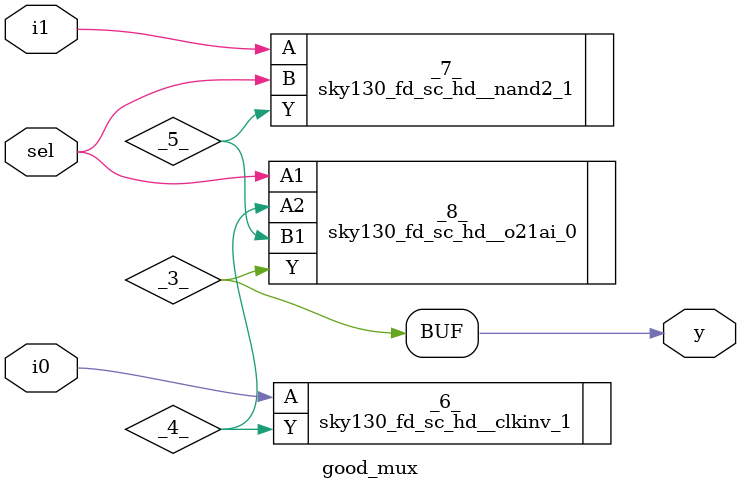
<source format=v>
/* Generated by Yosys 0.7 (git sha1 61f6811, gcc 6.2.0-11ubuntu1 -O2 -fdebug-prefix-map=/build/yosys-OIL3SR/yosys-0.7=. -fstack-protector-strong -fPIC -Os) */

module good_mux(i0, i1, sel, y);
  wire _0_;
  wire _1_;
  wire _2_;
  wire _3_;
  wire _4_;
  wire _5_;
  input i0;
  input i1;
  input sel;
  output y;
  sky130_fd_sc_hd__clkinv_1 _6_ (
    .A(_0_),
    .Y(_4_)
  );
  sky130_fd_sc_hd__nand2_1 _7_ (
    .A(_1_),
    .B(_2_),
    .Y(_5_)
  );
  sky130_fd_sc_hd__o21ai_0 _8_ (
    .A1(_2_),
    .A2(_4_),
    .B1(_5_),
    .Y(_3_)
  );
  assign _0_ = i0;
  assign _1_ = i1;
  assign _2_ = sel;
  assign y = _3_;
endmodule

</source>
